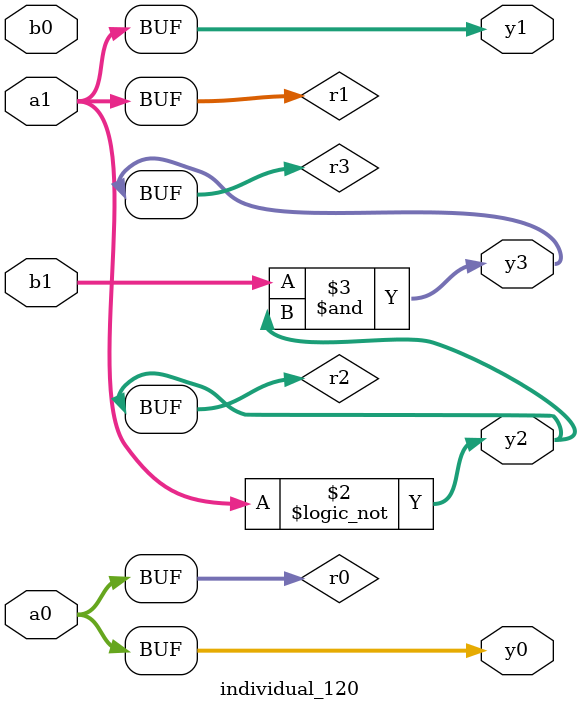
<source format=sv>
module individual_120(input logic [15:0] a1, input logic [15:0] a0, input logic [15:0] b1, input logic [15:0] b0, output logic [15:0] y3, output logic [15:0] y2, output logic [15:0] y1, output logic [15:0] y0);
logic [15:0] r0, r1, r2, r3;  always@(*) begin 	 r0 = a0; r1 = a1; r2 = b0; r3 = b1;  	 r2 = ! r1 ; 	 r3  &=  r2 ; 	 y3 = r3; y2 = r2; y1 = r1; y0 = r0; end
endmodule
</source>
